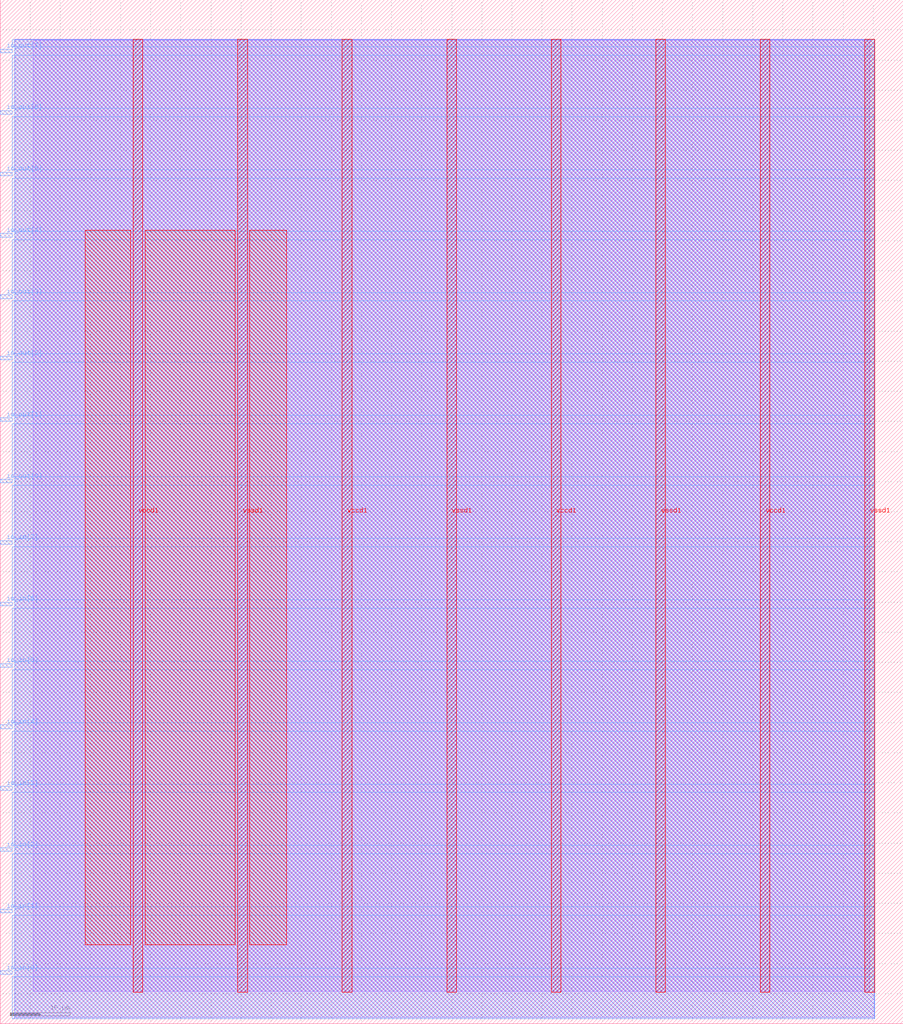
<source format=lef>
VERSION 5.7 ;
  NOWIREEXTENSIONATPIN ON ;
  DIVIDERCHAR "/" ;
  BUSBITCHARS "[]" ;
MACRO hex_sr
  CLASS BLOCK ;
  FOREIGN hex_sr ;
  ORIGIN 0.000 0.000 ;
  SIZE 150.000 BY 170.000 ;
  PIN io_in[0]
    DIRECTION INPUT ;
    USE SIGNAL ;
    PORT
      LAYER met3 ;
        RECT 0.000 8.200 2.000 8.800 ;
    END
  END io_in[0]
  PIN io_in[1]
    DIRECTION INPUT ;
    USE SIGNAL ;
    PORT
      LAYER met3 ;
        RECT 0.000 18.400 2.000 19.000 ;
    END
  END io_in[1]
  PIN io_in[2]
    DIRECTION INPUT ;
    USE SIGNAL ;
    PORT
      LAYER met3 ;
        RECT 0.000 28.600 2.000 29.200 ;
    END
  END io_in[2]
  PIN io_in[3]
    DIRECTION INPUT ;
    USE SIGNAL ;
    PORT
      LAYER met3 ;
        RECT 0.000 38.800 2.000 39.400 ;
    END
  END io_in[3]
  PIN io_in[4]
    DIRECTION INPUT ;
    USE SIGNAL ;
    PORT
      LAYER met3 ;
        RECT 0.000 49.000 2.000 49.600 ;
    END
  END io_in[4]
  PIN io_in[5]
    DIRECTION INPUT ;
    USE SIGNAL ;
    PORT
      LAYER met3 ;
        RECT 0.000 59.200 2.000 59.800 ;
    END
  END io_in[5]
  PIN io_in[6]
    DIRECTION INPUT ;
    USE SIGNAL ;
    PORT
      LAYER met3 ;
        RECT 0.000 69.400 2.000 70.000 ;
    END
  END io_in[6]
  PIN io_in[7]
    DIRECTION INPUT ;
    USE SIGNAL ;
    PORT
      LAYER met3 ;
        RECT 0.000 79.600 2.000 80.200 ;
    END
  END io_in[7]
  PIN io_out[0]
    DIRECTION OUTPUT TRISTATE ;
    USE SIGNAL ;
    PORT
      LAYER met3 ;
        RECT 0.000 89.800 2.000 90.400 ;
    END
  END io_out[0]
  PIN io_out[1]
    DIRECTION OUTPUT TRISTATE ;
    USE SIGNAL ;
    PORT
      LAYER met3 ;
        RECT 0.000 100.000 2.000 100.600 ;
    END
  END io_out[1]
  PIN io_out[2]
    DIRECTION OUTPUT TRISTATE ;
    USE SIGNAL ;
    PORT
      LAYER met3 ;
        RECT 0.000 110.200 2.000 110.800 ;
    END
  END io_out[2]
  PIN io_out[3]
    DIRECTION OUTPUT TRISTATE ;
    USE SIGNAL ;
    PORT
      LAYER met3 ;
        RECT 0.000 120.400 2.000 121.000 ;
    END
  END io_out[3]
  PIN io_out[4]
    DIRECTION OUTPUT TRISTATE ;
    USE SIGNAL ;
    PORT
      LAYER met3 ;
        RECT 0.000 130.600 2.000 131.200 ;
    END
  END io_out[4]
  PIN io_out[5]
    DIRECTION OUTPUT TRISTATE ;
    USE SIGNAL ;
    PORT
      LAYER met3 ;
        RECT 0.000 140.800 2.000 141.400 ;
    END
  END io_out[5]
  PIN io_out[6]
    DIRECTION OUTPUT TRISTATE ;
    USE SIGNAL ;
    PORT
      LAYER met3 ;
        RECT 0.000 151.000 2.000 151.600 ;
    END
  END io_out[6]
  PIN io_out[7]
    DIRECTION OUTPUT TRISTATE ;
    USE SIGNAL ;
    PORT
      LAYER met3 ;
        RECT 0.000 161.200 2.000 161.800 ;
    END
  END io_out[7]
  PIN vccd1
    DIRECTION INOUT ;
    USE POWER ;
    PORT
      LAYER met4 ;
        RECT 22.085 5.200 23.685 163.440 ;
    END
    PORT
      LAYER met4 ;
        RECT 56.815 5.200 58.415 163.440 ;
    END
    PORT
      LAYER met4 ;
        RECT 91.545 5.200 93.145 163.440 ;
    END
    PORT
      LAYER met4 ;
        RECT 126.275 5.200 127.875 163.440 ;
    END
  END vccd1
  PIN vssd1
    DIRECTION INOUT ;
    USE GROUND ;
    PORT
      LAYER met4 ;
        RECT 39.450 5.200 41.050 163.440 ;
    END
    PORT
      LAYER met4 ;
        RECT 74.180 5.200 75.780 163.440 ;
    END
    PORT
      LAYER met4 ;
        RECT 108.910 5.200 110.510 163.440 ;
    END
    PORT
      LAYER met4 ;
        RECT 143.640 5.200 145.240 163.440 ;
    END
  END vssd1
  OBS
      LAYER li1 ;
        RECT 5.520 5.355 144.440 163.285 ;
      LAYER met1 ;
        RECT 2.370 1.060 145.240 163.440 ;
      LAYER met2 ;
        RECT 2.390 0.835 145.210 163.385 ;
      LAYER met3 ;
        RECT 2.000 162.200 145.230 163.365 ;
        RECT 2.400 160.800 145.230 162.200 ;
        RECT 2.000 152.000 145.230 160.800 ;
        RECT 2.400 150.600 145.230 152.000 ;
        RECT 2.000 141.800 145.230 150.600 ;
        RECT 2.400 140.400 145.230 141.800 ;
        RECT 2.000 131.600 145.230 140.400 ;
        RECT 2.400 130.200 145.230 131.600 ;
        RECT 2.000 121.400 145.230 130.200 ;
        RECT 2.400 120.000 145.230 121.400 ;
        RECT 2.000 111.200 145.230 120.000 ;
        RECT 2.400 109.800 145.230 111.200 ;
        RECT 2.000 101.000 145.230 109.800 ;
        RECT 2.400 99.600 145.230 101.000 ;
        RECT 2.000 90.800 145.230 99.600 ;
        RECT 2.400 89.400 145.230 90.800 ;
        RECT 2.000 80.600 145.230 89.400 ;
        RECT 2.400 79.200 145.230 80.600 ;
        RECT 2.000 70.400 145.230 79.200 ;
        RECT 2.400 69.000 145.230 70.400 ;
        RECT 2.000 60.200 145.230 69.000 ;
        RECT 2.400 58.800 145.230 60.200 ;
        RECT 2.000 50.000 145.230 58.800 ;
        RECT 2.400 48.600 145.230 50.000 ;
        RECT 2.000 39.800 145.230 48.600 ;
        RECT 2.400 38.400 145.230 39.800 ;
        RECT 2.000 29.600 145.230 38.400 ;
        RECT 2.400 28.200 145.230 29.600 ;
        RECT 2.000 19.400 145.230 28.200 ;
        RECT 2.400 18.000 145.230 19.400 ;
        RECT 2.000 9.200 145.230 18.000 ;
        RECT 2.400 7.800 145.230 9.200 ;
        RECT 2.000 0.855 145.230 7.800 ;
      LAYER met4 ;
        RECT 14.095 13.095 21.685 131.745 ;
        RECT 24.085 13.095 39.050 131.745 ;
        RECT 41.450 13.095 47.545 131.745 ;
  END
END hex_sr
END LIBRARY


</source>
